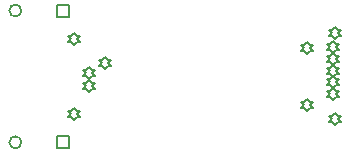
<source format=gbr>
G04*
G04 #@! TF.GenerationSoftware,Altium Limited,Altium Designer,24.8.2 (39)*
G04*
G04 Layer_Color=2752767*
%FSLAX25Y25*%
%MOIN*%
G70*
G04*
G04 #@! TF.SameCoordinates,C8608415-0D93-4E33-BC52-9C0F9C252278*
G04*
G04*
G04 #@! TF.FilePolarity,Positive*
G04*
G01*
G75*
%ADD31C,0.00667*%
%ADD32C,0.00500*%
D31*
X10288Y49528D02*
G03*
X10288Y49528I-2000J0D01*
G01*
Y5591D02*
G03*
X10288Y5591I-2000J0D01*
G01*
D32*
X22036Y3591D02*
Y7591D01*
X26035D01*
Y3591D01*
X22036D01*
Y47528D02*
Y51528D01*
X26035D01*
Y47528D01*
X22036D01*
X114173Y35402D02*
X115173Y36402D01*
X116173D01*
X115173Y37402D01*
X116173Y38402D01*
X115173D01*
X114173Y39402D01*
X113173Y38402D01*
X112173D01*
X113173Y37402D01*
X112173Y36402D01*
X113173D01*
X114173Y35402D01*
X38189Y29890D02*
X39189Y30890D01*
X40189D01*
X39189Y31890D01*
X40189Y32890D01*
X39189D01*
X38189Y33890D01*
X37189Y32890D01*
X36189D01*
X37189Y31890D01*
X36189Y30890D01*
X37189D01*
X38189Y29890D01*
X32677Y26543D02*
X33677Y27543D01*
X34677D01*
X33677Y28543D01*
X34677Y29543D01*
X33677D01*
X32677Y30543D01*
X31677Y29543D01*
X30677D01*
X31677Y28543D01*
X30677Y27543D01*
X31677D01*
X32677Y26543D01*
Y22410D02*
X33677Y23410D01*
X34677D01*
X33677Y24409D01*
X34677Y25409D01*
X33677D01*
X32677Y26409D01*
X31677Y25409D01*
X30677D01*
X31677Y24409D01*
X30677Y23410D01*
X31677D01*
X32677Y22410D01*
X114173Y19654D02*
X115173Y20653D01*
X116173D01*
X115173Y21654D01*
X116173Y22654D01*
X115173D01*
X114173Y23653D01*
X113173Y22654D01*
X112173D01*
X113173Y21654D01*
X112173Y20653D01*
X113173D01*
X114173Y19654D01*
Y23591D02*
X115173Y24590D01*
X116173D01*
X115173Y25591D01*
X116173Y26590D01*
X115173D01*
X114173Y27591D01*
X113173Y26590D01*
X112173D01*
X113173Y25591D01*
X112173Y24590D01*
X113173D01*
X114173Y23591D01*
Y27528D02*
X115173Y28528D01*
X116173D01*
X115173Y29528D01*
X116173Y30528D01*
X115173D01*
X114173Y31528D01*
X113173Y30528D01*
X112173D01*
X113173Y29528D01*
X112173Y28528D01*
X113173D01*
X114173Y27528D01*
Y31465D02*
X115173Y32465D01*
X116173D01*
X115173Y33465D01*
X116173Y34465D01*
X115173D01*
X114173Y35465D01*
X113173Y34465D01*
X112173D01*
X113173Y33465D01*
X112173Y32465D01*
X113173D01*
X114173Y31465D01*
X114911Y11222D02*
X115911Y12222D01*
X116911D01*
X115911Y13222D01*
X116911Y14222D01*
X115911D01*
X114911Y15222D01*
X113911Y14222D01*
X112911D01*
X113911Y13222D01*
X112911Y12222D01*
X113911D01*
X114911Y11222D01*
Y39896D02*
X115911Y40896D01*
X116911D01*
X115911Y41896D01*
X116911Y42896D01*
X115911D01*
X114911Y43896D01*
X113911Y42896D01*
X112911D01*
X113911Y41896D01*
X112911Y40896D01*
X113911D01*
X114911Y39896D01*
X105512Y35048D02*
X106512Y36048D01*
X107512D01*
X106512Y37048D01*
X107512Y38048D01*
X106512D01*
X105512Y39048D01*
X104512Y38048D01*
X103512D01*
X104512Y37048D01*
X103512Y36048D01*
X104512D01*
X105512Y35048D01*
Y16071D02*
X106512Y17071D01*
X107512D01*
X106512Y18071D01*
X107512Y19071D01*
X106512D01*
X105512Y20071D01*
X104512Y19071D01*
X103512D01*
X104512Y18071D01*
X103512Y17071D01*
X104512D01*
X105512Y16071D01*
X27756Y12922D02*
X28756Y13922D01*
X29756D01*
X28756Y14922D01*
X29756Y15922D01*
X28756D01*
X27756Y16922D01*
X26756Y15922D01*
X25756D01*
X26756Y14922D01*
X25756Y13922D01*
X26756D01*
X27756Y12922D01*
Y38197D02*
X28756Y39197D01*
X29756D01*
X28756Y40197D01*
X29756Y41197D01*
X28756D01*
X27756Y42197D01*
X26756Y41197D01*
X25756D01*
X26756Y40197D01*
X25756Y39197D01*
X26756D01*
X27756Y38197D01*
M02*

</source>
